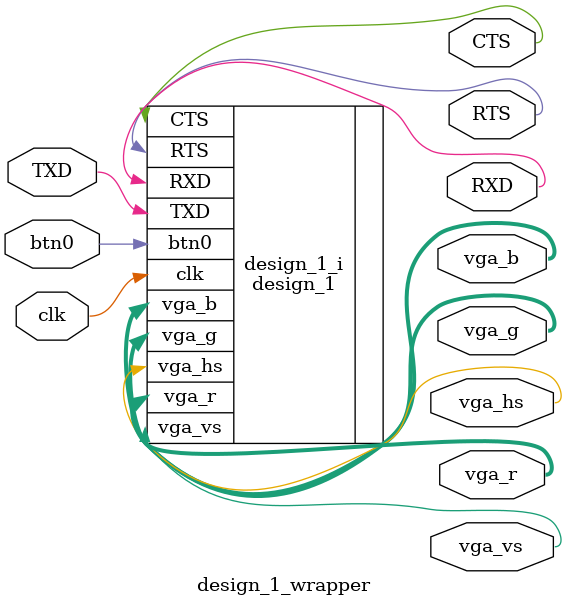
<source format=v>
`timescale 1 ps / 1 ps

module design_1_wrapper
   (CTS,
    RTS,
    RXD,
    TXD,
    btn0,
    clk,
    vga_b,
    vga_g,
    vga_hs,
    vga_r,
    vga_vs);
  output CTS;
  output RTS;
  output RXD;
  input TXD;
  input btn0;
  input clk;
  output [4:0]vga_b;
  output [5:0]vga_g;
  output vga_hs;
  output [4:0]vga_r;
  output vga_vs;

  wire CTS;
  wire RTS;
  wire RXD;
  wire TXD;
  wire btn0;
  wire clk;
  wire [4:0]vga_b;
  wire [5:0]vga_g;
  wire vga_hs;
  wire [4:0]vga_r;
  wire vga_vs;

  design_1 design_1_i
       (.CTS(CTS),
        .RTS(RTS),
        .RXD(RXD),
        .TXD(TXD),
        .btn0(btn0),
        .clk(clk),
        .vga_b(vga_b),
        .vga_g(vga_g),
        .vga_hs(vga_hs),
        .vga_r(vga_r),
        .vga_vs(vga_vs));
endmodule

</source>
